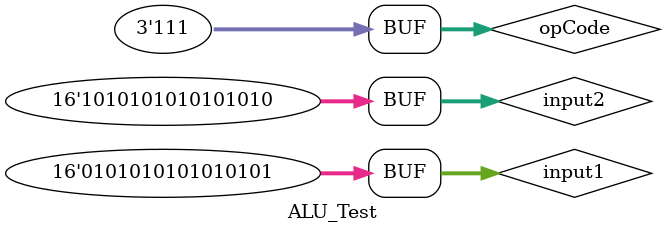
<source format=v>


// Project Name:  ALU_cir


module ALU_Test;



// Inputs
	reg [15:0] input1;
	reg [15:0] input2;
	reg [2:0] opCode;

// Outputs
	wire [15:0] outputALU;
	wire zeroOutput;



// Instantiate the Unit Under Test
	ALU uut (
		.input1(input1), 
		.input2(input2), 
		.opCode(opCode), 
		.outputALU(outputALU), 
		.zeroOutput(zeroOutput));




	initial begin
// Initialize Inputs
		input1 = 0;
		input2 = 0;
		opCode = 0;

 //100 ns wating
		#100;
		input1 = 16'b0000000000000111;
		input2 = 16'b0000000000000111;
		opCode = 000;
		#100;
		input1 = 16'b0000000010100111;
		input2 = 16'b0000000000001111;
		opCode = 001;
		#100;
		input1 = 16'b0000000000010111;
		input2 = 16'b0000000000001110;
		opCode = 010;
		#100;
		input1 = 16'b0100001010100111;
		input2 = 16'b1000011000001111;
		opCode = 011;
		#100;
		input1 = 16'b0100001010100111;
		input2 = 16'b1001011000001111;
		opCode = 100;
		#100;
		input1 = 16'b0100001010100101;
		input2 = 16'b0000011000001111;
		opCode = 101;
		#100;
		input1 = 16'b0100001010100100;
		input2 = 16'b0000011111111110;
		opCode = 110;
		#100;
		input1 = 16'b0101010101010101;
		input2 = 16'b1010101010101010;
		opCode = 111;
		#100;
	end
      
endmodule


</source>
